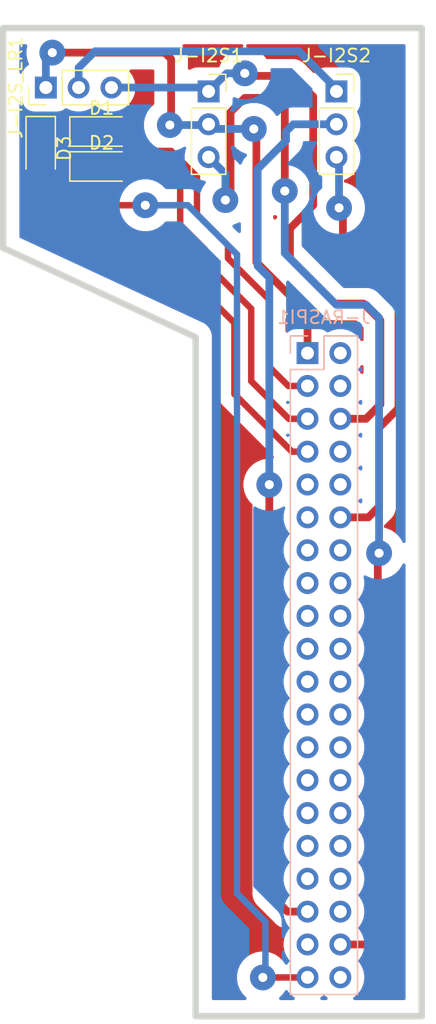
<source format=kicad_pcb>
(kicad_pcb (version 20171130) (host pcbnew 5.1.10)

  (general
    (thickness 1.6)
    (drawings 6)
    (tracks 131)
    (zones 0)
    (modules 7)
    (nets 42)
  )

  (page User 150.012 150.012)
  (layers
    (0 F.Cu signal)
    (31 B.Cu signal)
    (32 B.Adhes user)
    (33 F.Adhes user)
    (34 B.Paste user)
    (35 F.Paste user)
    (36 B.SilkS user)
    (37 F.SilkS user)
    (38 B.Mask user)
    (39 F.Mask user)
    (40 Dwgs.User user)
    (41 Cmts.User user)
    (42 Eco1.User user)
    (43 Eco2.User user)
    (44 Edge.Cuts user)
    (45 Margin user)
    (46 B.CrtYd user)
    (47 F.CrtYd user)
    (48 B.Fab user)
    (49 F.Fab user)
  )

  (setup
    (last_trace_width 0.25)
    (user_trace_width 0.3)
    (user_trace_width 0.5)
    (user_trace_width 0.6)
    (user_trace_width 0.8)
    (user_trace_width 1)
    (trace_clearance 0.2)
    (zone_clearance 0.508)
    (zone_45_only no)
    (trace_min 0.2)
    (via_size 2)
    (via_drill 0.7)
    (via_min_size 0.4)
    (via_min_drill 0.3)
    (uvia_size 0.3)
    (uvia_drill 0.1)
    (uvias_allowed no)
    (uvia_min_size 0.2)
    (uvia_min_drill 0.1)
    (edge_width 0.5)
    (segment_width 0.2)
    (pcb_text_width 0.3)
    (pcb_text_size 1.5 1.5)
    (mod_edge_width 0.12)
    (mod_text_size 1 1)
    (mod_text_width 0.15)
    (pad_size 1.524 1.524)
    (pad_drill 0.762)
    (pad_to_mask_clearance 0)
    (aux_axis_origin 0 0)
    (visible_elements FFFFEF7F)
    (pcbplotparams
      (layerselection 0x010fc_ffffffff)
      (usegerberextensions false)
      (usegerberattributes true)
      (usegerberadvancedattributes true)
      (creategerberjobfile true)
      (excludeedgelayer true)
      (linewidth 0.100000)
      (plotframeref false)
      (viasonmask false)
      (mode 1)
      (useauxorigin false)
      (hpglpennumber 1)
      (hpglpenspeed 20)
      (hpglpendiameter 15.000000)
      (psnegative false)
      (psa4output false)
      (plotreference true)
      (plotvalue true)
      (plotinvisibletext false)
      (padsonsilk false)
      (subtractmaskfromsilk false)
      (outputformat 1)
      (mirror false)
      (drillshape 1)
      (scaleselection 1)
      (outputdirectory ""))
  )

  (net 0 "")
  (net 1 /LED_GND)
  (net 2 /LED_0)
  (net 3 /LED_1)
  (net 4 /LED_2)
  (net 5 /I2S_GND)
  (net 6 /I2S_VDD)
  (net 7 /I2S_SD)
  (net 8 /I2S_SCK)
  (net 9 /I2S_WS)
  (net 10 /I2S_LR)
  (net 11 /LCD_5V)
  (net 12 /LCD_TPIRQ)
  (net 13 /LCD_GND)
  (net 14 /LCD_DC)
  (net 15 /LCD_MOSI)
  (net 16 /LCD_MISO)
  (net 17 /LCD_RST)
  (net 18 /LCD_CLK)
  (net 19 /LCD_CS)
  (net 20 /LCD_TPCS)
  (net 21 "Net-(J-RASPI1-Pad4)")
  (net 22 "Net-(J-RASPI1-Pad8)")
  (net 23 "Net-(J-RASPI1-Pad9)")
  (net 24 "Net-(J-RASPI1-Pad10)")
  (net 25 "Net-(J-RASPI1-Pad13)")
  (net 26 "Net-(J-RASPI1-Pad15)")
  (net 27 "Net-(J-RASPI1-Pad16)")
  (net 28 "Net-(J-RASPI1-Pad17)")
  (net 29 "Net-(J-RASPI1-Pad20)")
  (net 30 "Net-(J-RASPI1-Pad25)")
  (net 31 "Net-(J-RASPI1-Pad27)")
  (net 32 "Net-(J-RASPI1-Pad28)")
  (net 33 "Net-(J-RASPI1-Pad29)")
  (net 34 "Net-(J-RASPI1-Pad30)")
  (net 35 "Net-(J-RASPI1-Pad31)")
  (net 36 "Net-(J-RASPI1-Pad32)")
  (net 37 "Net-(J-RASPI1-Pad33)")
  (net 38 "Net-(J-RASPI1-Pad34)")
  (net 39 "Net-(J-RASPI1-Pad36)")
  (net 40 "Net-(J-RASPI1-Pad37)")
  (net 41 "Net-(J-RASPI1-Pad40)")

  (net_class Default "This is the default net class."
    (clearance 0.2)
    (trace_width 0.25)
    (via_dia 2)
    (via_drill 0.7)
    (uvia_dia 0.3)
    (uvia_drill 0.1)
    (add_net /I2S_GND)
    (add_net /I2S_LR)
    (add_net /I2S_SCK)
    (add_net /I2S_SD)
    (add_net /I2S_VDD)
    (add_net /I2S_WS)
    (add_net /LCD_5V)
    (add_net /LCD_CLK)
    (add_net /LCD_CS)
    (add_net /LCD_DC)
    (add_net /LCD_GND)
    (add_net /LCD_MISO)
    (add_net /LCD_MOSI)
    (add_net /LCD_RST)
    (add_net /LCD_TPCS)
    (add_net /LCD_TPIRQ)
    (add_net /LED_0)
    (add_net /LED_1)
    (add_net /LED_2)
    (add_net /LED_GND)
    (add_net "Net-(J-RASPI1-Pad10)")
    (add_net "Net-(J-RASPI1-Pad13)")
    (add_net "Net-(J-RASPI1-Pad15)")
    (add_net "Net-(J-RASPI1-Pad16)")
    (add_net "Net-(J-RASPI1-Pad17)")
    (add_net "Net-(J-RASPI1-Pad20)")
    (add_net "Net-(J-RASPI1-Pad25)")
    (add_net "Net-(J-RASPI1-Pad27)")
    (add_net "Net-(J-RASPI1-Pad28)")
    (add_net "Net-(J-RASPI1-Pad29)")
    (add_net "Net-(J-RASPI1-Pad30)")
    (add_net "Net-(J-RASPI1-Pad31)")
    (add_net "Net-(J-RASPI1-Pad32)")
    (add_net "Net-(J-RASPI1-Pad33)")
    (add_net "Net-(J-RASPI1-Pad34)")
    (add_net "Net-(J-RASPI1-Pad36)")
    (add_net "Net-(J-RASPI1-Pad37)")
    (add_net "Net-(J-RASPI1-Pad4)")
    (add_net "Net-(J-RASPI1-Pad40)")
    (add_net "Net-(J-RASPI1-Pad8)")
    (add_net "Net-(J-RASPI1-Pad9)")
  )

  (module LED_SMD:LED_1206_3216Metric_Pad1.42x1.75mm_HandSolder (layer F.Cu) (tedit 5F68FEF1) (tstamp 6124B7B7)
    (at 63.2125 29.3)
    (descr "LED SMD 1206 (3216 Metric), square (rectangular) end terminal, IPC_7351 nominal, (Body size source: http://www.tortai-tech.com/upload/download/2011102023233369053.pdf), generated with kicad-footprint-generator")
    (tags "LED handsolder")
    (path /6128A623)
    (attr smd)
    (fp_text reference D1 (at 0 -1.82) (layer F.SilkS)
      (effects (font (size 1 1) (thickness 0.15)))
    )
    (fp_text value LED (at 0 1.82) (layer F.Fab)
      (effects (font (size 1 1) (thickness 0.15)))
    )
    (fp_line (start 1.6 -0.8) (end -1.2 -0.8) (layer F.Fab) (width 0.1))
    (fp_line (start -1.2 -0.8) (end -1.6 -0.4) (layer F.Fab) (width 0.1))
    (fp_line (start -1.6 -0.4) (end -1.6 0.8) (layer F.Fab) (width 0.1))
    (fp_line (start -1.6 0.8) (end 1.6 0.8) (layer F.Fab) (width 0.1))
    (fp_line (start 1.6 0.8) (end 1.6 -0.8) (layer F.Fab) (width 0.1))
    (fp_line (start 1.6 -1.135) (end -2.46 -1.135) (layer F.SilkS) (width 0.12))
    (fp_line (start -2.46 -1.135) (end -2.46 1.135) (layer F.SilkS) (width 0.12))
    (fp_line (start -2.46 1.135) (end 1.6 1.135) (layer F.SilkS) (width 0.12))
    (fp_line (start -2.45 1.12) (end -2.45 -1.12) (layer F.CrtYd) (width 0.05))
    (fp_line (start -2.45 -1.12) (end 2.45 -1.12) (layer F.CrtYd) (width 0.05))
    (fp_line (start 2.45 -1.12) (end 2.45 1.12) (layer F.CrtYd) (width 0.05))
    (fp_line (start 2.45 1.12) (end -2.45 1.12) (layer F.CrtYd) (width 0.05))
    (fp_text user %R (at 0 0) (layer F.Fab)
      (effects (font (size 0.8 0.8) (thickness 0.12)))
    )
    (pad 1 smd roundrect (at -1.4875 0) (size 1.425 1.75) (layers F.Cu F.Paste F.Mask) (roundrect_rratio 0.1754385964912281)
      (net 1 /LED_GND))
    (pad 2 smd roundrect (at 1.4875 0) (size 1.425 1.75) (layers F.Cu F.Paste F.Mask) (roundrect_rratio 0.1754385964912281)
      (net 2 /LED_0))
    (model ${KISYS3DMOD}/LED_SMD.3dshapes/LED_1206_3216Metric.wrl
      (at (xyz 0 0 0))
      (scale (xyz 1 1 1))
      (rotate (xyz 0 0 0))
    )
  )

  (module LED_SMD:LED_1206_3216Metric_Pad1.42x1.75mm_HandSolder (layer F.Cu) (tedit 5F68FEF1) (tstamp 6124B7CA)
    (at 63.2125 32)
    (descr "LED SMD 1206 (3216 Metric), square (rectangular) end terminal, IPC_7351 nominal, (Body size source: http://www.tortai-tech.com/upload/download/2011102023233369053.pdf), generated with kicad-footprint-generator")
    (tags "LED handsolder")
    (path /6128B283)
    (attr smd)
    (fp_text reference D2 (at 0 -1.82) (layer F.SilkS)
      (effects (font (size 1 1) (thickness 0.15)))
    )
    (fp_text value LED (at 0 1.82) (layer F.Fab)
      (effects (font (size 1 1) (thickness 0.15)))
    )
    (fp_line (start 2.45 1.12) (end -2.45 1.12) (layer F.CrtYd) (width 0.05))
    (fp_line (start 2.45 -1.12) (end 2.45 1.12) (layer F.CrtYd) (width 0.05))
    (fp_line (start -2.45 -1.12) (end 2.45 -1.12) (layer F.CrtYd) (width 0.05))
    (fp_line (start -2.45 1.12) (end -2.45 -1.12) (layer F.CrtYd) (width 0.05))
    (fp_line (start -2.46 1.135) (end 1.6 1.135) (layer F.SilkS) (width 0.12))
    (fp_line (start -2.46 -1.135) (end -2.46 1.135) (layer F.SilkS) (width 0.12))
    (fp_line (start 1.6 -1.135) (end -2.46 -1.135) (layer F.SilkS) (width 0.12))
    (fp_line (start 1.6 0.8) (end 1.6 -0.8) (layer F.Fab) (width 0.1))
    (fp_line (start -1.6 0.8) (end 1.6 0.8) (layer F.Fab) (width 0.1))
    (fp_line (start -1.6 -0.4) (end -1.6 0.8) (layer F.Fab) (width 0.1))
    (fp_line (start -1.2 -0.8) (end -1.6 -0.4) (layer F.Fab) (width 0.1))
    (fp_line (start 1.6 -0.8) (end -1.2 -0.8) (layer F.Fab) (width 0.1))
    (fp_text user %R (at 0 0) (layer F.Fab)
      (effects (font (size 0.8 0.8) (thickness 0.12)))
    )
    (pad 2 smd roundrect (at 1.4875 0) (size 1.425 1.75) (layers F.Cu F.Paste F.Mask) (roundrect_rratio 0.1754385964912281)
      (net 3 /LED_1))
    (pad 1 smd roundrect (at -1.4875 0) (size 1.425 1.75) (layers F.Cu F.Paste F.Mask) (roundrect_rratio 0.1754385964912281)
      (net 1 /LED_GND))
    (model ${KISYS3DMOD}/LED_SMD.3dshapes/LED_1206_3216Metric.wrl
      (at (xyz 0 0 0))
      (scale (xyz 1 1 1))
      (rotate (xyz 0 0 0))
    )
  )

  (module LED_SMD:LED_1206_3216Metric_Pad1.42x1.75mm_HandSolder (layer F.Cu) (tedit 5F68FEF1) (tstamp 6124B7DD)
    (at 58.5 30.6 270)
    (descr "LED SMD 1206 (3216 Metric), square (rectangular) end terminal, IPC_7351 nominal, (Body size source: http://www.tortai-tech.com/upload/download/2011102023233369053.pdf), generated with kicad-footprint-generator")
    (tags "LED handsolder")
    (path /6128B923)
    (attr smd)
    (fp_text reference D3 (at 0 -1.82 90) (layer F.SilkS)
      (effects (font (size 1 1) (thickness 0.15)))
    )
    (fp_text value LED (at 0 1.82 90) (layer F.Fab)
      (effects (font (size 1 1) (thickness 0.15)))
    )
    (fp_line (start 1.6 -0.8) (end -1.2 -0.8) (layer F.Fab) (width 0.1))
    (fp_line (start -1.2 -0.8) (end -1.6 -0.4) (layer F.Fab) (width 0.1))
    (fp_line (start -1.6 -0.4) (end -1.6 0.8) (layer F.Fab) (width 0.1))
    (fp_line (start -1.6 0.8) (end 1.6 0.8) (layer F.Fab) (width 0.1))
    (fp_line (start 1.6 0.8) (end 1.6 -0.8) (layer F.Fab) (width 0.1))
    (fp_line (start 1.6 -1.135) (end -2.46 -1.135) (layer F.SilkS) (width 0.12))
    (fp_line (start -2.46 -1.135) (end -2.46 1.135) (layer F.SilkS) (width 0.12))
    (fp_line (start -2.46 1.135) (end 1.6 1.135) (layer F.SilkS) (width 0.12))
    (fp_line (start -2.45 1.12) (end -2.45 -1.12) (layer F.CrtYd) (width 0.05))
    (fp_line (start -2.45 -1.12) (end 2.45 -1.12) (layer F.CrtYd) (width 0.05))
    (fp_line (start 2.45 -1.12) (end 2.45 1.12) (layer F.CrtYd) (width 0.05))
    (fp_line (start 2.45 1.12) (end -2.45 1.12) (layer F.CrtYd) (width 0.05))
    (fp_text user %R (at 0 0 90) (layer F.Fab)
      (effects (font (size 0.8 0.8) (thickness 0.12)))
    )
    (pad 1 smd roundrect (at -1.4875 0 270) (size 1.425 1.75) (layers F.Cu F.Paste F.Mask) (roundrect_rratio 0.1754385964912281)
      (net 1 /LED_GND))
    (pad 2 smd roundrect (at 1.4875 0 270) (size 1.425 1.75) (layers F.Cu F.Paste F.Mask) (roundrect_rratio 0.1754385964912281)
      (net 4 /LED_2))
    (model ${KISYS3DMOD}/LED_SMD.3dshapes/LED_1206_3216Metric.wrl
      (at (xyz 0 0 0))
      (scale (xyz 1 1 1))
      (rotate (xyz 0 0 0))
    )
  )

  (module Connector_PinSocket_2.54mm:PinSocket_1x03_P2.54mm_Vertical (layer F.Cu) (tedit 5A19A429) (tstamp 6124B7F4)
    (at 71.5 26.2)
    (descr "Through hole straight socket strip, 1x03, 2.54mm pitch, single row (from Kicad 4.0.7), script generated")
    (tags "Through hole socket strip THT 1x03 2.54mm single row")
    (path /61266362)
    (fp_text reference J-I2S1 (at 0 -2.77) (layer F.SilkS)
      (effects (font (size 1 1) (thickness 0.15)))
    )
    (fp_text value Conn_01x03_Female (at 0 7.85) (layer F.Fab)
      (effects (font (size 1 1) (thickness 0.15)))
    )
    (fp_line (start -1.27 -1.27) (end 0.635 -1.27) (layer F.Fab) (width 0.1))
    (fp_line (start 0.635 -1.27) (end 1.27 -0.635) (layer F.Fab) (width 0.1))
    (fp_line (start 1.27 -0.635) (end 1.27 6.35) (layer F.Fab) (width 0.1))
    (fp_line (start 1.27 6.35) (end -1.27 6.35) (layer F.Fab) (width 0.1))
    (fp_line (start -1.27 6.35) (end -1.27 -1.27) (layer F.Fab) (width 0.1))
    (fp_line (start -1.33 1.27) (end 1.33 1.27) (layer F.SilkS) (width 0.12))
    (fp_line (start -1.33 1.27) (end -1.33 6.41) (layer F.SilkS) (width 0.12))
    (fp_line (start -1.33 6.41) (end 1.33 6.41) (layer F.SilkS) (width 0.12))
    (fp_line (start 1.33 1.27) (end 1.33 6.41) (layer F.SilkS) (width 0.12))
    (fp_line (start 1.33 -1.33) (end 1.33 0) (layer F.SilkS) (width 0.12))
    (fp_line (start 0 -1.33) (end 1.33 -1.33) (layer F.SilkS) (width 0.12))
    (fp_line (start -1.8 -1.8) (end 1.75 -1.8) (layer F.CrtYd) (width 0.05))
    (fp_line (start 1.75 -1.8) (end 1.75 6.85) (layer F.CrtYd) (width 0.05))
    (fp_line (start 1.75 6.85) (end -1.8 6.85) (layer F.CrtYd) (width 0.05))
    (fp_line (start -1.8 6.85) (end -1.8 -1.8) (layer F.CrtYd) (width 0.05))
    (fp_text user %R (at 0 2.54 90) (layer F.Fab)
      (effects (font (size 1 1) (thickness 0.15)))
    )
    (pad 1 thru_hole rect (at 0 0) (size 1.7 1.7) (drill 1) (layers *.Cu *.Mask)
      (net 5 /I2S_GND))
    (pad 2 thru_hole oval (at 0 2.54) (size 1.7 1.7) (drill 1) (layers *.Cu *.Mask)
      (net 6 /I2S_VDD))
    (pad 3 thru_hole oval (at 0 5.08) (size 1.7 1.7) (drill 1) (layers *.Cu *.Mask)
      (net 7 /I2S_SD))
    (model ${KISYS3DMOD}/Connector_PinSocket_2.54mm.3dshapes/PinSocket_1x03_P2.54mm_Vertical.wrl
      (at (xyz 0 0 0))
      (scale (xyz 1 1 1))
      (rotate (xyz 0 0 0))
    )
  )

  (module Connector_PinSocket_2.54mm:PinSocket_1x03_P2.54mm_Vertical (layer F.Cu) (tedit 5A19A429) (tstamp 6124B80B)
    (at 81.4 26.2)
    (descr "Through hole straight socket strip, 1x03, 2.54mm pitch, single row (from Kicad 4.0.7), script generated")
    (tags "Through hole socket strip THT 1x03 2.54mm single row")
    (path /61268738)
    (fp_text reference J-I2S2 (at 0 -2.77) (layer F.SilkS)
      (effects (font (size 1 1) (thickness 0.15)))
    )
    (fp_text value Conn_01x03_Female (at 0 7.85) (layer F.Fab)
      (effects (font (size 1 1) (thickness 0.15)))
    )
    (fp_line (start -1.8 6.85) (end -1.8 -1.8) (layer F.CrtYd) (width 0.05))
    (fp_line (start 1.75 6.85) (end -1.8 6.85) (layer F.CrtYd) (width 0.05))
    (fp_line (start 1.75 -1.8) (end 1.75 6.85) (layer F.CrtYd) (width 0.05))
    (fp_line (start -1.8 -1.8) (end 1.75 -1.8) (layer F.CrtYd) (width 0.05))
    (fp_line (start 0 -1.33) (end 1.33 -1.33) (layer F.SilkS) (width 0.12))
    (fp_line (start 1.33 -1.33) (end 1.33 0) (layer F.SilkS) (width 0.12))
    (fp_line (start 1.33 1.27) (end 1.33 6.41) (layer F.SilkS) (width 0.12))
    (fp_line (start -1.33 6.41) (end 1.33 6.41) (layer F.SilkS) (width 0.12))
    (fp_line (start -1.33 1.27) (end -1.33 6.41) (layer F.SilkS) (width 0.12))
    (fp_line (start -1.33 1.27) (end 1.33 1.27) (layer F.SilkS) (width 0.12))
    (fp_line (start -1.27 6.35) (end -1.27 -1.27) (layer F.Fab) (width 0.1))
    (fp_line (start 1.27 6.35) (end -1.27 6.35) (layer F.Fab) (width 0.1))
    (fp_line (start 1.27 -0.635) (end 1.27 6.35) (layer F.Fab) (width 0.1))
    (fp_line (start 0.635 -1.27) (end 1.27 -0.635) (layer F.Fab) (width 0.1))
    (fp_line (start -1.27 -1.27) (end 0.635 -1.27) (layer F.Fab) (width 0.1))
    (fp_text user %R (at 0 2.54 90) (layer F.Fab)
      (effects (font (size 1 1) (thickness 0.15)))
    )
    (pad 3 thru_hole oval (at 0 5.08) (size 1.7 1.7) (drill 1) (layers *.Cu *.Mask)
      (net 8 /I2S_SCK))
    (pad 2 thru_hole oval (at 0 2.54) (size 1.7 1.7) (drill 1) (layers *.Cu *.Mask)
      (net 9 /I2S_WS))
    (pad 1 thru_hole rect (at 0 0) (size 1.7 1.7) (drill 1) (layers *.Cu *.Mask)
      (net 10 /I2S_LR))
    (model ${KISYS3DMOD}/Connector_PinSocket_2.54mm.3dshapes/PinSocket_1x03_P2.54mm_Vertical.wrl
      (at (xyz 0 0 0))
      (scale (xyz 1 1 1))
      (rotate (xyz 0 0 0))
    )
  )

  (module Connector_PinHeader_2.54mm:PinHeader_1x03_P2.54mm_Vertical (layer F.Cu) (tedit 59FED5CC) (tstamp 6124B822)
    (at 58.9 25.9 90)
    (descr "Through hole straight pin header, 1x03, 2.54mm pitch, single row")
    (tags "Through hole pin header THT 1x03 2.54mm single row")
    (path /612B4BB4)
    (fp_text reference J-I2S_LR1 (at 0 -2.33 90) (layer F.SilkS)
      (effects (font (size 1 1) (thickness 0.15)))
    )
    (fp_text value Conn_01x03_Male (at 0 7.41 90) (layer F.Fab)
      (effects (font (size 1 1) (thickness 0.15)))
    )
    (fp_line (start -0.635 -1.27) (end 1.27 -1.27) (layer F.Fab) (width 0.1))
    (fp_line (start 1.27 -1.27) (end 1.27 6.35) (layer F.Fab) (width 0.1))
    (fp_line (start 1.27 6.35) (end -1.27 6.35) (layer F.Fab) (width 0.1))
    (fp_line (start -1.27 6.35) (end -1.27 -0.635) (layer F.Fab) (width 0.1))
    (fp_line (start -1.27 -0.635) (end -0.635 -1.27) (layer F.Fab) (width 0.1))
    (fp_line (start -1.33 6.41) (end 1.33 6.41) (layer F.SilkS) (width 0.12))
    (fp_line (start -1.33 1.27) (end -1.33 6.41) (layer F.SilkS) (width 0.12))
    (fp_line (start 1.33 1.27) (end 1.33 6.41) (layer F.SilkS) (width 0.12))
    (fp_line (start -1.33 1.27) (end 1.33 1.27) (layer F.SilkS) (width 0.12))
    (fp_line (start -1.33 0) (end -1.33 -1.33) (layer F.SilkS) (width 0.12))
    (fp_line (start -1.33 -1.33) (end 0 -1.33) (layer F.SilkS) (width 0.12))
    (fp_line (start -1.8 -1.8) (end -1.8 6.85) (layer F.CrtYd) (width 0.05))
    (fp_line (start -1.8 6.85) (end 1.8 6.85) (layer F.CrtYd) (width 0.05))
    (fp_line (start 1.8 6.85) (end 1.8 -1.8) (layer F.CrtYd) (width 0.05))
    (fp_line (start 1.8 -1.8) (end -1.8 -1.8) (layer F.CrtYd) (width 0.05))
    (fp_text user %R (at 0 2.54) (layer F.Fab)
      (effects (font (size 1 1) (thickness 0.15)))
    )
    (pad 1 thru_hole rect (at 0 0 90) (size 1.7 1.7) (drill 1) (layers *.Cu *.Mask)
      (net 6 /I2S_VDD))
    (pad 2 thru_hole oval (at 0 2.54 90) (size 1.7 1.7) (drill 1) (layers *.Cu *.Mask)
      (net 10 /I2S_LR))
    (pad 3 thru_hole oval (at 0 5.08 90) (size 1.7 1.7) (drill 1) (layers *.Cu *.Mask)
      (net 5 /I2S_GND))
    (model ${KISYS3DMOD}/Connector_PinHeader_2.54mm.3dshapes/PinHeader_1x03_P2.54mm_Vertical.wrl
      (at (xyz 0 0 0))
      (scale (xyz 1 1 1))
      (rotate (xyz 0 0 0))
    )
  )

  (module Connector_PinSocket_2.54mm:PinSocket_2x20_P2.54mm_Vertical (layer B.Cu) (tedit 5A19A433) (tstamp 6124B890)
    (at 79.16 46.43 180)
    (descr "Through hole straight socket strip, 2x20, 2.54mm pitch, double cols (from Kicad 4.0.7), script generated")
    (tags "Through hole socket strip THT 2x20 2.54mm double row")
    (path /61245DE1)
    (fp_text reference J-RASPI1 (at -1.27 2.77) (layer B.SilkS)
      (effects (font (size 1 1) (thickness 0.15)) (justify mirror))
    )
    (fp_text value Conn_02x20_Odd_Even (at -1.27 -51.03) (layer B.Fab)
      (effects (font (size 1 1) (thickness 0.15)) (justify mirror))
    )
    (fp_line (start -3.81 1.27) (end 0.27 1.27) (layer B.Fab) (width 0.1))
    (fp_line (start 0.27 1.27) (end 1.27 0.27) (layer B.Fab) (width 0.1))
    (fp_line (start 1.27 0.27) (end 1.27 -49.53) (layer B.Fab) (width 0.1))
    (fp_line (start 1.27 -49.53) (end -3.81 -49.53) (layer B.Fab) (width 0.1))
    (fp_line (start -3.81 -49.53) (end -3.81 1.27) (layer B.Fab) (width 0.1))
    (fp_line (start -3.87 1.33) (end -1.27 1.33) (layer B.SilkS) (width 0.12))
    (fp_line (start -3.87 1.33) (end -3.87 -49.59) (layer B.SilkS) (width 0.12))
    (fp_line (start -3.87 -49.59) (end 1.33 -49.59) (layer B.SilkS) (width 0.12))
    (fp_line (start 1.33 -1.27) (end 1.33 -49.59) (layer B.SilkS) (width 0.12))
    (fp_line (start -1.27 -1.27) (end 1.33 -1.27) (layer B.SilkS) (width 0.12))
    (fp_line (start -1.27 1.33) (end -1.27 -1.27) (layer B.SilkS) (width 0.12))
    (fp_line (start 1.33 1.33) (end 1.33 0) (layer B.SilkS) (width 0.12))
    (fp_line (start 0 1.33) (end 1.33 1.33) (layer B.SilkS) (width 0.12))
    (fp_line (start -4.34 1.8) (end 1.76 1.8) (layer B.CrtYd) (width 0.05))
    (fp_line (start 1.76 1.8) (end 1.76 -50) (layer B.CrtYd) (width 0.05))
    (fp_line (start 1.76 -50) (end -4.34 -50) (layer B.CrtYd) (width 0.05))
    (fp_line (start -4.34 -50) (end -4.34 1.8) (layer B.CrtYd) (width 0.05))
    (fp_text user %R (at -1.27 -24.13 270) (layer B.Fab)
      (effects (font (size 1 1) (thickness 0.15)) (justify mirror))
    )
    (pad 1 thru_hole rect (at 0 0 180) (size 1.7 1.7) (drill 1) (layers *.Cu *.Mask)
      (net 6 /I2S_VDD))
    (pad 2 thru_hole oval (at -2.54 0 180) (size 1.7 1.7) (drill 1) (layers *.Cu *.Mask)
      (net 11 /LCD_5V))
    (pad 3 thru_hole oval (at 0 -2.54 180) (size 1.7 1.7) (drill 1) (layers *.Cu *.Mask)
      (net 2 /LED_0))
    (pad 4 thru_hole oval (at -2.54 -2.54 180) (size 1.7 1.7) (drill 1) (layers *.Cu *.Mask)
      (net 21 "Net-(J-RASPI1-Pad4)"))
    (pad 5 thru_hole oval (at 0 -5.08 180) (size 1.7 1.7) (drill 1) (layers *.Cu *.Mask)
      (net 3 /LED_1))
    (pad 6 thru_hole oval (at -2.54 -5.08 180) (size 1.7 1.7) (drill 1) (layers *.Cu *.Mask)
      (net 5 /I2S_GND))
    (pad 7 thru_hole oval (at 0 -7.62 180) (size 1.7 1.7) (drill 1) (layers *.Cu *.Mask)
      (net 4 /LED_2))
    (pad 8 thru_hole oval (at -2.54 -7.62 180) (size 1.7 1.7) (drill 1) (layers *.Cu *.Mask)
      (net 22 "Net-(J-RASPI1-Pad8)"))
    (pad 9 thru_hole oval (at 0 -10.16 180) (size 1.7 1.7) (drill 1) (layers *.Cu *.Mask)
      (net 23 "Net-(J-RASPI1-Pad9)"))
    (pad 10 thru_hole oval (at -2.54 -10.16 180) (size 1.7 1.7) (drill 1) (layers *.Cu *.Mask)
      (net 24 "Net-(J-RASPI1-Pad10)"))
    (pad 11 thru_hole oval (at 0 -12.7 180) (size 1.7 1.7) (drill 1) (layers *.Cu *.Mask)
      (net 12 /LCD_TPIRQ))
    (pad 12 thru_hole oval (at -2.54 -12.7 180) (size 1.7 1.7) (drill 1) (layers *.Cu *.Mask)
      (net 8 /I2S_SCK))
    (pad 13 thru_hole oval (at 0 -15.24 180) (size 1.7 1.7) (drill 1) (layers *.Cu *.Mask)
      (net 25 "Net-(J-RASPI1-Pad13)"))
    (pad 14 thru_hole oval (at -2.54 -15.24 180) (size 1.7 1.7) (drill 1) (layers *.Cu *.Mask)
      (net 13 /LCD_GND))
    (pad 15 thru_hole oval (at 0 -17.78 180) (size 1.7 1.7) (drill 1) (layers *.Cu *.Mask)
      (net 26 "Net-(J-RASPI1-Pad15)"))
    (pad 16 thru_hole oval (at -2.54 -17.78 180) (size 1.7 1.7) (drill 1) (layers *.Cu *.Mask)
      (net 27 "Net-(J-RASPI1-Pad16)"))
    (pad 17 thru_hole oval (at 0 -20.32 180) (size 1.7 1.7) (drill 1) (layers *.Cu *.Mask)
      (net 28 "Net-(J-RASPI1-Pad17)"))
    (pad 18 thru_hole oval (at -2.54 -20.32 180) (size 1.7 1.7) (drill 1) (layers *.Cu *.Mask)
      (net 14 /LCD_DC))
    (pad 19 thru_hole oval (at 0 -22.86 180) (size 1.7 1.7) (drill 1) (layers *.Cu *.Mask)
      (net 15 /LCD_MOSI))
    (pad 20 thru_hole oval (at -2.54 -22.86 180) (size 1.7 1.7) (drill 1) (layers *.Cu *.Mask)
      (net 29 "Net-(J-RASPI1-Pad20)"))
    (pad 21 thru_hole oval (at 0 -25.4 180) (size 1.7 1.7) (drill 1) (layers *.Cu *.Mask)
      (net 16 /LCD_MISO))
    (pad 22 thru_hole oval (at -2.54 -25.4 180) (size 1.7 1.7) (drill 1) (layers *.Cu *.Mask)
      (net 17 /LCD_RST))
    (pad 23 thru_hole oval (at 0 -27.94 180) (size 1.7 1.7) (drill 1) (layers *.Cu *.Mask)
      (net 18 /LCD_CLK))
    (pad 24 thru_hole oval (at -2.54 -27.94 180) (size 1.7 1.7) (drill 1) (layers *.Cu *.Mask)
      (net 19 /LCD_CS))
    (pad 25 thru_hole oval (at 0 -30.48 180) (size 1.7 1.7) (drill 1) (layers *.Cu *.Mask)
      (net 30 "Net-(J-RASPI1-Pad25)"))
    (pad 26 thru_hole oval (at -2.54 -30.48 180) (size 1.7 1.7) (drill 1) (layers *.Cu *.Mask)
      (net 20 /LCD_TPCS))
    (pad 27 thru_hole oval (at 0 -33.02 180) (size 1.7 1.7) (drill 1) (layers *.Cu *.Mask)
      (net 31 "Net-(J-RASPI1-Pad27)"))
    (pad 28 thru_hole oval (at -2.54 -33.02 180) (size 1.7 1.7) (drill 1) (layers *.Cu *.Mask)
      (net 32 "Net-(J-RASPI1-Pad28)"))
    (pad 29 thru_hole oval (at 0 -35.56 180) (size 1.7 1.7) (drill 1) (layers *.Cu *.Mask)
      (net 33 "Net-(J-RASPI1-Pad29)"))
    (pad 30 thru_hole oval (at -2.54 -35.56 180) (size 1.7 1.7) (drill 1) (layers *.Cu *.Mask)
      (net 34 "Net-(J-RASPI1-Pad30)"))
    (pad 31 thru_hole oval (at 0 -38.1 180) (size 1.7 1.7) (drill 1) (layers *.Cu *.Mask)
      (net 35 "Net-(J-RASPI1-Pad31)"))
    (pad 32 thru_hole oval (at -2.54 -38.1 180) (size 1.7 1.7) (drill 1) (layers *.Cu *.Mask)
      (net 36 "Net-(J-RASPI1-Pad32)"))
    (pad 33 thru_hole oval (at 0 -40.64 180) (size 1.7 1.7) (drill 1) (layers *.Cu *.Mask)
      (net 37 "Net-(J-RASPI1-Pad33)"))
    (pad 34 thru_hole oval (at -2.54 -40.64 180) (size 1.7 1.7) (drill 1) (layers *.Cu *.Mask)
      (net 38 "Net-(J-RASPI1-Pad34)"))
    (pad 35 thru_hole oval (at 0 -43.18 180) (size 1.7 1.7) (drill 1) (layers *.Cu *.Mask)
      (net 9 /I2S_WS))
    (pad 36 thru_hole oval (at -2.54 -43.18 180) (size 1.7 1.7) (drill 1) (layers *.Cu *.Mask)
      (net 39 "Net-(J-RASPI1-Pad36)"))
    (pad 37 thru_hole oval (at 0 -45.72 180) (size 1.7 1.7) (drill 1) (layers *.Cu *.Mask)
      (net 40 "Net-(J-RASPI1-Pad37)"))
    (pad 38 thru_hole oval (at -2.54 -45.72 180) (size 1.7 1.7) (drill 1) (layers *.Cu *.Mask)
      (net 7 /I2S_SD))
    (pad 39 thru_hole oval (at 0 -48.26 180) (size 1.7 1.7) (drill 1) (layers *.Cu *.Mask)
      (net 1 /LED_GND))
    (pad 40 thru_hole oval (at -2.54 -48.26 180) (size 1.7 1.7) (drill 1) (layers *.Cu *.Mask)
      (net 41 "Net-(J-RASPI1-Pad40)"))
    (model ${KISYS3DMOD}/Connector_PinSocket_2.54mm.3dshapes/PinSocket_2x20_P2.54mm_Vertical.wrl
      (at (xyz 0 0 0))
      (scale (xyz 1 1 1))
      (rotate (xyz 0 0 0))
    )
  )

  (gr_line (start 55.6 38.3) (end 55.6 21.3) (layer Edge.Cuts) (width 0.5) (tstamp 6124D49F))
  (gr_line (start 70.5 45.2) (end 55.6 38.3) (layer Edge.Cuts) (width 0.5))
  (gr_line (start 70.5 97.7) (end 70.5 45.2) (layer Edge.Cuts) (width 0.5))
  (gr_line (start 88 97.7) (end 70.5 97.7) (layer Edge.Cuts) (width 0.5))
  (gr_line (start 88 21.3) (end 88 97.7) (layer Edge.Cuts) (width 0.5))
  (gr_line (start 55.6 21.3) (end 88 21.3) (layer Edge.Cuts) (width 0.5))

  (segment (start 61.5375 29.1125) (end 61.725 29.3) (width 0.5) (layer F.Cu) (net 1))
  (segment (start 58.5 29.1125) (end 61.5375 29.1125) (width 0.5) (layer F.Cu) (net 1))
  (segment (start 61.725 29.3) (end 61.725 32) (width 0.5) (layer F.Cu) (net 1))
  (segment (start 61.725 32) (end 61.725 33.525) (width 0.5) (layer F.Cu) (net 1))
  (via (at 66.6 35) (size 2) (drill 0.7) (layers F.Cu B.Cu) (net 1))
  (segment (start 63.2 35) (end 66.6 35) (width 0.5) (layer F.Cu) (net 1))
  (segment (start 61.725 33.525) (end 63.2 35) (width 0.5) (layer F.Cu) (net 1))
  (segment (start 66.6 35) (end 69.2 35) (width 0.5) (layer B.Cu) (net 1))
  (segment (start 69.2 35) (end 69.9 35) (width 0.5) (layer B.Cu) (net 1))
  (segment (start 69.9 35) (end 73.7 38.8) (width 0.5) (layer B.Cu) (net 1))
  (segment (start 73.7 38.8) (end 73.7 88.2) (width 0.5) (layer B.Cu) (net 1))
  (segment (start 73.7 88.2) (end 75.9 90.4) (width 0.5) (layer B.Cu) (net 1))
  (via (at 75.7 94.7) (size 2) (drill 0.7) (layers F.Cu B.Cu) (net 1))
  (segment (start 75.9 94.5) (end 75.7 94.7) (width 0.5) (layer B.Cu) (net 1))
  (segment (start 75.9 90.4) (end 75.9 94.5) (width 0.5) (layer B.Cu) (net 1))
  (segment (start 79.15 94.7) (end 79.16 94.69) (width 0.5) (layer F.Cu) (net 1))
  (segment (start 75.7 94.7) (end 79.15 94.7) (width 0.5) (layer F.Cu) (net 1))
  (segment (start 79.16 48.97) (end 77.67 48.97) (width 0.5) (layer F.Cu) (net 2))
  (segment (start 77.67 48.97) (end 76.2 47.5) (width 0.5) (layer F.Cu) (net 2))
  (segment (start 76.2 47.5) (end 76.2 42.3) (width 0.5) (layer F.Cu) (net 2))
  (segment (start 76.2 42.3) (end 73 39.1) (width 0.5) (layer F.Cu) (net 2))
  (segment (start 73 39.1) (end 73 38.1) (width 0.5) (layer F.Cu) (net 2))
  (segment (start 73 38.1) (end 70.6 35.7) (width 0.5) (layer F.Cu) (net 2))
  (segment (start 70.6 35.7) (end 70.6 32.8) (width 0.5) (layer F.Cu) (net 2))
  (segment (start 70.6 32.8) (end 68.6 30.8) (width 0.5) (layer F.Cu) (net 2))
  (segment (start 68.6 30.8) (end 66.9 30.8) (width 0.5) (layer F.Cu) (net 2))
  (segment (start 66.9 30.8) (end 66.4 30.3) (width 0.5) (layer F.Cu) (net 2))
  (segment (start 66.4 30.3) (end 66.4 29.7) (width 0.5) (layer F.Cu) (net 2))
  (segment (start 66 29.3) (end 64.7 29.3) (width 0.5) (layer F.Cu) (net 2))
  (segment (start 66.4 29.7) (end 66 29.3) (width 0.5) (layer F.Cu) (net 2))
  (segment (start 79.16 51.51) (end 77.71 51.51) (width 0.5) (layer F.Cu) (net 3))
  (segment (start 77.71 51.51) (end 74.8 48.6) (width 0.5) (layer F.Cu) (net 3))
  (segment (start 74.8 48.6) (end 74.8 43) (width 0.5) (layer F.Cu) (net 3))
  (segment (start 74.8 43) (end 71.2 39.4) (width 0.5) (layer F.Cu) (net 3))
  (segment (start 71.2 39.4) (end 71.2 38.4) (width 0.5) (layer F.Cu) (net 3))
  (segment (start 71.2 38.4) (end 69.3 36.5) (width 0.5) (layer F.Cu) (net 3))
  (segment (start 69.3 36.5) (end 69.3 33.6) (width 0.5) (layer F.Cu) (net 3))
  (segment (start 67.7 32) (end 64.7 32) (width 0.5) (layer F.Cu) (net 3))
  (segment (start 69.3 33.6) (end 67.7 32) (width 0.5) (layer F.Cu) (net 3))
  (segment (start 79.16 54.05) (end 77.95 54.05) (width 0.5) (layer F.Cu) (net 4))
  (segment (start 77.95 54.05) (end 73.5 49.6) (width 0.5) (layer F.Cu) (net 4))
  (segment (start 73.5 49.6) (end 73.5 44.1) (width 0.5) (layer F.Cu) (net 4))
  (segment (start 73.5 44.1) (end 69.8 40.4) (width 0.5) (layer F.Cu) (net 4))
  (segment (start 69.8 40.4) (end 69.8 38.9) (width 0.5) (layer F.Cu) (net 4))
  (segment (start 69.8 38.9) (end 68.4 37.5) (width 0.5) (layer F.Cu) (net 4))
  (segment (start 68.4 37.5) (end 63.5 37.5) (width 0.5) (layer F.Cu) (net 4))
  (segment (start 58.5 32.5) (end 58.5 32.0875) (width 0.5) (layer F.Cu) (net 4))
  (segment (start 63.5 37.5) (end 58.5 32.5) (width 0.5) (layer F.Cu) (net 4))
  (segment (start 81.7 51.51) (end 83.69 51.51) (width 0.6) (layer F.Cu) (net 5))
  (segment (start 83.69 51.51) (end 84.8 50.4) (width 0.6) (layer F.Cu) (net 5))
  (segment (start 84.8 50.4) (end 84.8 43.9) (width 0.6) (layer F.Cu) (net 5))
  (segment (start 84.8 43.9) (end 83.5 42.6) (width 0.6) (layer F.Cu) (net 5))
  (segment (start 83.5 42.6) (end 81.3 42.6) (width 0.6) (layer F.Cu) (net 5))
  (segment (start 81.3 42.6) (end 77.8 39.1) (width 0.6) (layer F.Cu) (net 5))
  (segment (start 77.8 39.1) (end 77.8 36.8) (width 0.6) (layer F.Cu) (net 5))
  (segment (start 77.8 36.8) (end 79.6 35) (width 0.6) (layer F.Cu) (net 5))
  (segment (start 79.6 35) (end 79.6 26.6) (width 0.6) (layer F.Cu) (net 5))
  (segment (start 79.6 26.6) (end 78 25) (width 0.6) (layer F.Cu) (net 5))
  (via (at 74.3 24.8) (size 2) (drill 0.7) (layers F.Cu B.Cu) (net 5))
  (segment (start 74.5 25) (end 74.3 24.8) (width 0.6) (layer F.Cu) (net 5))
  (segment (start 78 25) (end 74.5 25) (width 0.6) (layer F.Cu) (net 5))
  (segment (start 72.9 24.8) (end 71.5 26.2) (width 0.6) (layer B.Cu) (net 5))
  (segment (start 74.3 24.8) (end 72.9 24.8) (width 0.6) (layer B.Cu) (net 5))
  (segment (start 71.2 25.9) (end 71.5 26.2) (width 0.6) (layer B.Cu) (net 5))
  (segment (start 63.98 25.9) (end 71.2 25.9) (width 0.6) (layer B.Cu) (net 5))
  (segment (start 79.16 46.43) (end 79.16 43.36) (width 0.6) (layer F.Cu) (net 6))
  (segment (start 79.16 43.36) (end 75.2 39.4) (width 0.6) (layer F.Cu) (net 6))
  (via (at 75 29.1) (size 2) (drill 0.7) (layers F.Cu B.Cu) (net 6))
  (segment (start 75.2 29.3) (end 75 29.1) (width 0.6) (layer F.Cu) (net 6))
  (segment (start 75.2 39.4) (end 75.2 29.3) (width 0.6) (layer F.Cu) (net 6))
  (segment (start 71.86 29.1) (end 71.5 28.74) (width 0.6) (layer B.Cu) (net 6))
  (segment (start 75 29.1) (end 71.86 29.1) (width 0.6) (layer B.Cu) (net 6))
  (via (at 59.4 23.2) (size 2) (drill 0.7) (layers F.Cu B.Cu) (net 6))
  (segment (start 58.9 23.7) (end 59.4 23.2) (width 0.6) (layer B.Cu) (net 6))
  (segment (start 58.9 25.9) (end 58.9 23.7) (width 0.6) (layer B.Cu) (net 6))
  (segment (start 59.4 23.2) (end 68.1 23.2) (width 0.6) (layer F.Cu) (net 6))
  (segment (start 68.1 23.2) (end 68.6 23.7) (width 0.6) (layer F.Cu) (net 6))
  (via (at 68.5 28.8) (size 2) (drill 0.7) (layers F.Cu B.Cu) (net 6))
  (segment (start 68.6 28.7) (end 68.5 28.8) (width 0.6) (layer F.Cu) (net 6))
  (segment (start 68.6 23.7) (end 68.6 28.7) (width 0.6) (layer F.Cu) (net 6))
  (segment (start 71.44 28.8) (end 71.5 28.74) (width 0.6) (layer B.Cu) (net 6))
  (segment (start 68.5 28.8) (end 71.44 28.8) (width 0.6) (layer B.Cu) (net 6))
  (segment (start 81.7 92.15) (end 83.85 92.15) (width 0.6) (layer F.Cu) (net 7))
  (segment (start 83.85 92.15) (end 84.6 91.4) (width 0.6) (layer F.Cu) (net 7))
  (via (at 84.7 61.9) (size 2) (drill 0.7) (layers F.Cu B.Cu) (net 7))
  (segment (start 84.6 62) (end 84.7 61.9) (width 0.6) (layer F.Cu) (net 7))
  (segment (start 84.6 91.4) (end 84.6 62) (width 0.6) (layer F.Cu) (net 7))
  (segment (start 84.7 61.9) (end 84.7 43.7) (width 0.6) (layer B.Cu) (net 7))
  (segment (start 84.7 43.7) (end 83.7 42.7) (width 0.6) (layer B.Cu) (net 7))
  (segment (start 83.7 42.7) (end 81.4 42.7) (width 0.6) (layer B.Cu) (net 7))
  (segment (start 81.4 42.7) (end 77.4 38.7) (width 0.6) (layer B.Cu) (net 7))
  (via (at 77.4 33.9) (size 2) (drill 0.7) (layers F.Cu B.Cu) (net 7))
  (segment (start 77.4 38.7) (end 77.4 33.9) (width 0.6) (layer B.Cu) (net 7))
  (segment (start 77.4 33.9) (end 77.4 27.6) (width 0.6) (layer F.Cu) (net 7))
  (segment (start 77.4 27.6) (end 76.5 26.7) (width 0.6) (layer F.Cu) (net 7))
  (segment (start 76.5 26.7) (end 74.3 26.7) (width 0.6) (layer F.Cu) (net 7))
  (segment (start 74.3 26.7) (end 73.2 27.8) (width 0.6) (layer F.Cu) (net 7))
  (via (at 72.8 34.6) (size 2) (drill 0.7) (layers F.Cu B.Cu) (net 7))
  (segment (start 73.2 34.2) (end 72.8 34.6) (width 0.6) (layer F.Cu) (net 7))
  (segment (start 73.2 27.8) (end 73.2 34.2) (width 0.6) (layer F.Cu) (net 7))
  (segment (start 72.8 32.58) (end 71.5 31.28) (width 0.6) (layer B.Cu) (net 7))
  (segment (start 72.8 34.6) (end 72.8 32.58) (width 0.6) (layer B.Cu) (net 7))
  (segment (start 81.7 59.13) (end 83.87 59.13) (width 0.6) (layer F.Cu) (net 8))
  (segment (start 83.87 59.13) (end 84.7 58.3) (width 0.6) (layer F.Cu) (net 8))
  (segment (start 84.7 58.3) (end 84.7 52.2) (width 0.6) (layer F.Cu) (net 8))
  (segment (start 84.7 52.2) (end 86.2 50.7) (width 0.6) (layer F.Cu) (net 8))
  (segment (start 86.2 50.7) (end 86.2 42.5) (width 0.6) (layer F.Cu) (net 8))
  (segment (start 86.2 42.5) (end 84.7 41) (width 0.6) (layer F.Cu) (net 8))
  (segment (start 84.7 41) (end 82.6 41) (width 0.6) (layer F.Cu) (net 8))
  (segment (start 82.6 41) (end 81.9 40.3) (width 0.6) (layer F.Cu) (net 8))
  (via (at 81.6 35.2) (size 2) (drill 0.7) (layers F.Cu B.Cu) (net 8))
  (segment (start 81.9 35.5) (end 81.6 35.2) (width 0.6) (layer F.Cu) (net 8))
  (segment (start 81.9 40.3) (end 81.9 35.5) (width 0.6) (layer F.Cu) (net 8))
  (segment (start 81.6 31.48) (end 81.4 31.28) (width 0.6) (layer B.Cu) (net 8))
  (segment (start 81.6 35.2) (end 81.6 31.48) (width 0.6) (layer B.Cu) (net 8))
  (segment (start 79.16 89.61) (end 77.61 89.61) (width 0.6) (layer F.Cu) (net 9))
  (segment (start 77.61 89.61) (end 76.2 88.2) (width 0.6) (layer F.Cu) (net 9))
  (segment (start 76.2 88.2) (end 76.2 56.6) (width 0.6) (layer F.Cu) (net 9))
  (via (at 76.2 56.6) (size 2) (drill 0.7) (layers F.Cu B.Cu) (net 9))
  (segment (start 76.2 56.6) (end 76.2 40.6) (width 0.6) (layer B.Cu) (net 9))
  (segment (start 76.2 40.6) (end 75.3 39.7) (width 0.6) (layer B.Cu) (net 9))
  (segment (start 75.3 39.7) (end 75.3 32.2) (width 0.6) (layer B.Cu) (net 9))
  (segment (start 75.3 32.2) (end 77.5 30) (width 0.6) (layer B.Cu) (net 9))
  (segment (start 77.5 30) (end 77.5 29.3) (width 0.6) (layer B.Cu) (net 9))
  (segment (start 78.06 28.74) (end 81.4 28.74) (width 0.6) (layer B.Cu) (net 9))
  (segment (start 77.5 29.3) (end 78.06 28.74) (width 0.6) (layer B.Cu) (net 9))
  (segment (start 81.4 26.2) (end 81.4 26) (width 0.6) (layer B.Cu) (net 10))
  (segment (start 81.4 26) (end 78.5 23.1) (width 0.6) (layer B.Cu) (net 10))
  (segment (start 78.5 23.1) (end 62.7 23.1) (width 0.6) (layer B.Cu) (net 10))
  (segment (start 61.44 24.36) (end 61.44 25.9) (width 0.6) (layer B.Cu) (net 10))
  (segment (start 62.7 23.1) (end 61.44 24.36) (width 0.6) (layer B.Cu) (net 10))

  (zone (net 0) (net_name "") (layer F.Cu) (tstamp 0) (hatch edge 0.508)
    (connect_pads (clearance 1))
    (min_thickness 0.254)
    (fill yes (arc_segments 32) (thermal_gap 0.508) (thermal_bridge_width 0.508))
    (polygon
      (pts
        (xy 88 21.4) (xy 88.1 97.8) (xy 70.7 97.6) (xy 70.4 45.2) (xy 55.7 38.2)
        (xy 55.6 21.3)
      )
    )
    (filled_polygon
      (pts
        (xy 77.899736 96.225636) (xy 78.045451 96.323) (xy 77.085033 96.323) (xy 77.331033 96.077) (xy 77.7511 96.077)
      )
    )
    (filled_polygon
      (pts
        (xy 80.439736 96.225636) (xy 80.585451 96.323) (xy 80.274549 96.323) (xy 80.420264 96.225636) (xy 80.43 96.2159)
      )
    )
    (filled_polygon
      (pts
        (xy 86.623001 96.323) (xy 82.814549 96.323) (xy 82.960264 96.225636) (xy 83.235636 95.950264) (xy 83.451995 95.626461)
        (xy 83.601025 95.26667) (xy 83.677 94.884718) (xy 83.677 94.495282) (xy 83.601025 94.11333) (xy 83.451995 93.753539)
        (xy 83.334035 93.577) (xy 83.779912 93.577) (xy 83.85 93.583903) (xy 83.920088 93.577) (xy 83.920098 93.577)
        (xy 84.129741 93.556352) (xy 84.398731 93.474755) (xy 84.646634 93.342248) (xy 84.863923 93.163923) (xy 84.90861 93.109472)
        (xy 85.559477 92.458605) (xy 85.613922 92.413923) (xy 85.792248 92.196634) (xy 85.924755 91.948731) (xy 86.006352 91.679741)
        (xy 86.027 91.470098) (xy 86.027 91.470089) (xy 86.033903 91.400001) (xy 86.027 91.329913) (xy 86.027 63.571449)
        (xy 86.055884 63.552149) (xy 86.352149 63.255884) (xy 86.584923 62.907512) (xy 86.623001 62.815585)
      )
    )
    (filled_polygon
      (pts
        (xy 57.10695 33.699468) (xy 57.345958 33.82722) (xy 57.605297 33.90589) (xy 57.875 33.932453) (xy 57.985082 33.932453)
        (xy 62.478483 38.425855) (xy 62.521603 38.478397) (xy 62.731279 38.650473) (xy 62.967399 38.776682) (xy 62.970495 38.778337)
        (xy 63.23006 38.857075) (xy 63.5 38.883662) (xy 63.56764 38.877) (xy 67.829629 38.877) (xy 68.423 39.470372)
        (xy 68.423 40.33236) (xy 68.416338 40.4) (xy 68.442925 40.669939) (xy 68.484305 40.806352) (xy 68.521663 40.929504)
        (xy 68.649527 41.16872) (xy 68.821603 41.378396) (xy 68.874146 41.421517) (xy 72.123001 44.670373) (xy 72.123 49.53236)
        (xy 72.116338 49.6) (xy 72.142925 49.869939) (xy 72.179804 49.991514) (xy 72.221663 50.129504) (xy 72.349527 50.36872)
        (xy 72.521603 50.578396) (xy 72.574146 50.621517) (xy 76.429635 54.477007) (xy 76.409491 54.473) (xy 75.990509 54.473)
        (xy 75.579577 54.554739) (xy 75.192488 54.715077) (xy 74.844116 54.947851) (xy 74.547851 55.244116) (xy 74.315077 55.592488)
        (xy 74.154739 55.979577) (xy 74.073 56.390509) (xy 74.073 56.809491) (xy 74.154739 57.220423) (xy 74.315077 57.607512)
        (xy 74.547851 57.955884) (xy 74.773001 58.181034) (xy 74.773 88.129912) (xy 74.766097 88.2) (xy 74.773 88.270088)
        (xy 74.773 88.270097) (xy 74.793648 88.47974) (xy 74.875245 88.74873) (xy 75.007752 88.996633) (xy 75.007753 88.996634)
        (xy 75.141392 89.159474) (xy 75.141395 89.159477) (xy 75.186077 89.213922) (xy 75.240523 89.258605) (xy 76.551395 90.569478)
        (xy 76.596077 90.623923) (xy 76.650522 90.668605) (xy 76.650525 90.668608) (xy 76.716802 90.723) (xy 76.813366 90.802248)
        (xy 77.061269 90.934755) (xy 77.330259 91.016352) (xy 77.526826 91.035712) (xy 77.408005 91.213539) (xy 77.258975 91.57333)
        (xy 77.183 91.955282) (xy 77.183 92.344718) (xy 77.258975 92.72667) (xy 77.408005 93.086461) (xy 77.566056 93.323)
        (xy 77.331033 93.323) (xy 77.055884 93.047851) (xy 76.707512 92.815077) (xy 76.320423 92.654739) (xy 75.909491 92.573)
        (xy 75.490509 92.573) (xy 75.079577 92.654739) (xy 74.692488 92.815077) (xy 74.344116 93.047851) (xy 74.047851 93.344116)
        (xy 73.815077 93.692488) (xy 73.654739 94.079577) (xy 73.573 94.490509) (xy 73.573 94.909491) (xy 73.654739 95.320423)
        (xy 73.815077 95.707512) (xy 74.047851 96.055884) (xy 74.314967 96.323) (xy 71.877 96.323) (xy 71.877 45.295959)
        (xy 71.8825 45.256692) (xy 71.877 45.160626) (xy 71.877 45.13236) (xy 71.873135 45.093119) (xy 71.866996 44.985892)
        (xy 71.859862 44.958361) (xy 71.857075 44.930061) (xy 71.8259 44.827289) (xy 71.798959 44.723317) (xy 71.786592 44.697708)
        (xy 71.778337 44.670495) (xy 71.727706 44.575772) (xy 71.681003 44.479062) (xy 71.663879 44.456359) (xy 71.650473 44.431279)
        (xy 71.582342 44.348261) (xy 71.517664 44.262513) (xy 71.496438 44.243586) (xy 71.478397 44.221603) (xy 71.395374 44.153468)
        (xy 71.315214 44.08199) (xy 71.290704 44.067568) (xy 71.268721 44.049527) (xy 71.17401 43.998903) (xy 71.140016 43.9789)
        (xy 71.114359 43.967019) (xy 71.029505 43.921663) (xy 70.991564 43.910154) (xy 56.977 37.420189) (xy 56.977 33.592821)
      )
    )
    (filled_polygon
      (pts
        (xy 77.6341 85.8) (xy 77.627 85.8071) (xy 77.627 85.7929)
      )
    )
    (filled_polygon
      (pts
        (xy 77.6341 83.26) (xy 77.627 83.2671) (xy 77.627 83.2529)
      )
    )
    (filled_polygon
      (pts
        (xy 77.6341 80.72) (xy 77.627 80.7271) (xy 77.627 80.7129)
      )
    )
    (filled_polygon
      (pts
        (xy 77.6341 78.18) (xy 77.627 78.1871) (xy 77.627 78.1729)
      )
    )
    (filled_polygon
      (pts
        (xy 77.6341 75.64) (xy 77.627 75.6471) (xy 77.627 75.6329)
      )
    )
    (filled_polygon
      (pts
        (xy 77.6341 73.1) (xy 77.627 73.1071) (xy 77.627 73.0929)
      )
    )
    (filled_polygon
      (pts
        (xy 77.6341 70.56) (xy 77.627 70.5671) (xy 77.627 70.5529)
      )
    )
    (filled_polygon
      (pts
        (xy 77.6341 68.02) (xy 77.627 68.0271) (xy 77.627 68.0129)
      )
    )
    (filled_polygon
      (pts
        (xy 77.6341 65.48) (xy 77.627 65.4871) (xy 77.627 65.4729)
      )
    )
    (filled_polygon
      (pts
        (xy 77.6341 62.94) (xy 77.627 62.9471) (xy 77.627 62.9329)
      )
    )
    (filled_polygon
      (pts
        (xy 86.623001 60.984415) (xy 86.584923 60.892488) (xy 86.352149 60.544116) (xy 86.055884 60.247851) (xy 85.707512 60.015077)
        (xy 85.320423 59.854739) (xy 85.189404 59.828678) (xy 85.659472 59.358609) (xy 85.713922 59.313923) (xy 85.892248 59.096634)
        (xy 86.024755 58.848731) (xy 86.106352 58.579741) (xy 86.127 58.370098) (xy 86.127 58.370089) (xy 86.133903 58.300001)
        (xy 86.127 58.229913) (xy 86.127 52.791082) (xy 86.623 52.295082)
      )
    )
    (filled_polygon
      (pts
        (xy 77.6341 60.4) (xy 77.627 60.4071) (xy 77.627 60.3929)
      )
    )
    (filled_polygon
      (pts
        (xy 83.273 55.385656) (xy 83.235636 55.329736) (xy 83.2259 55.32) (xy 83.235636 55.310264) (xy 83.273 55.254344)
      )
    )
    (filled_polygon
      (pts
        (xy 83.373 47.915316) (xy 83.235636 47.709736) (xy 83.2259 47.7) (xy 83.235636 47.690264) (xy 83.373 47.484684)
      )
    )
    (filled_polygon
      (pts
        (xy 80.751269 43.924755) (xy 81.020259 44.006352) (xy 81.229902 44.027) (xy 81.229911 44.027) (xy 81.299999 44.033903)
        (xy 81.370087 44.027) (xy 82.908918 44.027) (xy 83.373001 44.491084) (xy 83.373001 45.375316) (xy 83.235636 45.169736)
        (xy 82.960264 44.894364) (xy 82.636461 44.678005) (xy 82.27667 44.528975) (xy 81.894718 44.453) (xy 81.505282 44.453)
        (xy 81.12333 44.528975) (xy 80.763539 44.678005) (xy 80.721579 44.706042) (xy 80.639157 44.6384) (xy 80.587 44.610521)
        (xy 80.587 43.836951)
      )
    )
    (filled_polygon
      (pts
        (xy 77.733001 43.951084) (xy 77.733001 44.610521) (xy 77.680843 44.6384) (xy 77.577 44.723622) (xy 77.577 43.795083)
      )
    )
    (filled_polygon
      (pts
        (xy 86.623 40.904918) (xy 85.758608 40.040526) (xy 85.713923 39.986077) (xy 85.496634 39.807752) (xy 85.248731 39.675245)
        (xy 84.979741 39.593648) (xy 84.770098 39.573) (xy 84.770088 39.573) (xy 84.7 39.566097) (xy 84.629912 39.573)
        (xy 83.327 39.573) (xy 83.327 36.443861) (xy 83.484923 36.207512) (xy 83.645261 35.820423) (xy 83.727 35.409491)
        (xy 83.727 34.990509) (xy 83.645261 34.579577) (xy 83.484923 34.192488) (xy 83.252149 33.844116) (xy 82.955884 33.547851)
        (xy 82.607512 33.315077) (xy 82.220423 33.154739) (xy 82.098621 33.130511) (xy 82.336461 33.031995) (xy 82.660264 32.815636)
        (xy 82.935636 32.540264) (xy 83.151995 32.216461) (xy 83.301025 31.85667) (xy 83.377 31.474718) (xy 83.377 31.085282)
        (xy 83.301025 30.70333) (xy 83.151995 30.343539) (xy 82.935636 30.019736) (xy 82.9259 30.01) (xy 82.935636 30.000264)
        (xy 83.151995 29.676461) (xy 83.301025 29.31667) (xy 83.377 28.934718) (xy 83.377 28.545282) (xy 83.301025 28.16333)
        (xy 83.151995 27.803539) (xy 83.123958 27.761579) (xy 83.1916 27.679157) (xy 83.29625 27.483371) (xy 83.360693 27.270931)
        (xy 83.382453 27.05) (xy 83.382453 25.35) (xy 83.360693 25.129069) (xy 83.29625 24.916629) (xy 83.1916 24.720843)
        (xy 83.050765 24.549235) (xy 82.879157 24.4084) (xy 82.683371 24.30375) (xy 82.470931 24.239307) (xy 82.25 24.217547)
        (xy 80.55 24.217547) (xy 80.329069 24.239307) (xy 80.116629 24.30375) (xy 79.920843 24.4084) (xy 79.749235 24.549235)
        (xy 79.667235 24.649152) (xy 79.058608 24.040526) (xy 79.013923 23.986077) (xy 78.796634 23.807752) (xy 78.548731 23.675245)
        (xy 78.279741 23.593648) (xy 78.070098 23.573) (xy 78.070088 23.573) (xy 78 23.566097) (xy 77.929912 23.573)
        (xy 76.038266 23.573) (xy 75.952149 23.444116) (xy 75.655884 23.147851) (xy 75.307512 22.915077) (xy 74.920423 22.754739)
        (xy 74.5296 22.677) (xy 86.623 22.677)
      )
    )
    (filled_polygon
      (pts
        (xy 80.244116 36.852149) (xy 80.473001 37.005084) (xy 80.473 39.754918) (xy 79.227 38.508918) (xy 79.227 37.391082)
        (xy 80.005025 36.613058)
      )
    )
    (filled_polygon
      (pts
        (xy 73.773 36.925627) (xy 73.471484 36.624111) (xy 73.773 36.499218)
      )
    )
    (filled_polygon
      (pts
        (xy 76.686932 35.906886) (xy 76.627 35.979913) (xy 76.627 35.882061)
      )
    )
    (filled_polygon
      (pts
        (xy 60.077817 30.627166) (xy 60.044714 30.6) (xy 60.05763 30.5894)
      )
    )
    (filled_polygon
      (pts
        (xy 67.173001 27.128551) (xy 67.144116 27.147851) (xy 66.847851 27.444116) (xy 66.615077 27.792488) (xy 66.521194 28.019142)
        (xy 66.343051 27.965103) (xy 66.311968 27.90695) (xy 66.140042 27.697458) (xy 65.93055 27.525532) (xy 65.691542 27.39778)
        (xy 65.432203 27.31911) (xy 65.363551 27.312349) (xy 65.515636 27.160264) (xy 65.731995 26.836461) (xy 65.881025 26.47667)
        (xy 65.957 26.094718) (xy 65.957 25.705282) (xy 65.881025 25.32333) (xy 65.731995 24.963539) (xy 65.515636 24.639736)
        (xy 65.5029 24.627) (xy 67.173 24.627)
      )
    )
    (filled_polygon
      (pts
        (xy 63.232898 27.73043) (xy 63.2125 27.755286) (xy 63.171091 27.704829)
      )
    )
    (filled_polygon
      (pts
        (xy 57.00375 27.183371) (xy 57.1084 27.379157) (xy 57.177196 27.462985) (xy 57.10695 27.500532) (xy 56.977 27.607179)
        (xy 56.977 27.095188)
      )
    )
    (filled_polygon
      (pts
        (xy 57.273 22.990509) (xy 57.273 23.409491) (xy 57.354739 23.820423) (xy 57.464383 24.085127) (xy 57.420843 24.1084)
        (xy 57.249235 24.249235) (xy 57.1084 24.420843) (xy 57.00375 24.616629) (xy 56.977 24.704812) (xy 56.977 22.677)
        (xy 57.33536 22.677)
      )
    )
    (filled_polygon
      (pts
        (xy 73.679577 22.754739) (xy 73.292488 22.915077) (xy 72.944116 23.147851) (xy 72.647851 23.444116) (xy 72.415077 23.792488)
        (xy 72.254739 24.179577) (xy 72.247186 24.217547) (xy 70.65 24.217547) (xy 70.429069 24.239307) (xy 70.216629 24.30375)
        (xy 70.027 24.405109) (xy 70.027 23.77009) (xy 70.033903 23.7) (xy 70.027 23.62991) (xy 70.027 23.629902)
        (xy 70.006352 23.420259) (xy 69.924755 23.151269) (xy 69.792248 22.903366) (xy 69.613922 22.686077) (xy 69.602862 22.677)
        (xy 74.0704 22.677)
      )
    )
  )
  (zone (net 0) (net_name "") (layer B.Cu) (tstamp 0) (hatch edge 0.508)
    (connect_pads (clearance 1))
    (min_thickness 0.254)
    (fill yes (arc_segments 32) (thermal_gap 0.508) (thermal_bridge_width 0.508))
    (polygon
      (pts
        (xy 88 97.7) (xy 70.5 97.7) (xy 70.4 45.2) (xy 55.6 38.3) (xy 55.6 21.3)
        (xy 88 21.3)
      )
    )
    (filled_polygon
      (pts
        (xy 86.623001 96.323) (xy 82.814549 96.323) (xy 82.960264 96.225636) (xy 83.235636 95.950264) (xy 83.451995 95.626461)
        (xy 83.601025 95.26667) (xy 83.677 94.884718) (xy 83.677 94.495282) (xy 83.601025 94.11333) (xy 83.451995 93.753539)
        (xy 83.235636 93.429736) (xy 83.2259 93.42) (xy 83.235636 93.410264) (xy 83.451995 93.086461) (xy 83.601025 92.72667)
        (xy 83.677 92.344718) (xy 83.677 91.955282) (xy 83.601025 91.57333) (xy 83.451995 91.213539) (xy 83.235636 90.889736)
        (xy 83.2259 90.88) (xy 83.235636 90.870264) (xy 83.451995 90.546461) (xy 83.601025 90.18667) (xy 83.677 89.804718)
        (xy 83.677 89.415282) (xy 83.601025 89.03333) (xy 83.451995 88.673539) (xy 83.235636 88.349736) (xy 83.2259 88.34)
        (xy 83.235636 88.330264) (xy 83.451995 88.006461) (xy 83.601025 87.64667) (xy 83.677 87.264718) (xy 83.677 86.875282)
        (xy 83.601025 86.49333) (xy 83.451995 86.133539) (xy 83.235636 85.809736) (xy 83.2259 85.8) (xy 83.235636 85.790264)
        (xy 83.451995 85.466461) (xy 83.601025 85.10667) (xy 83.677 84.724718) (xy 83.677 84.335282) (xy 83.601025 83.95333)
        (xy 83.451995 83.593539) (xy 83.235636 83.269736) (xy 83.2259 83.26) (xy 83.235636 83.250264) (xy 83.451995 82.926461)
        (xy 83.601025 82.56667) (xy 83.677 82.184718) (xy 83.677 81.795282) (xy 83.601025 81.41333) (xy 83.451995 81.053539)
        (xy 83.235636 80.729736) (xy 83.2259 80.72) (xy 83.235636 80.710264) (xy 83.451995 80.386461) (xy 83.601025 80.02667)
        (xy 83.677 79.644718) (xy 83.677 79.255282) (xy 83.601025 78.87333) (xy 83.451995 78.513539) (xy 83.235636 78.189736)
        (xy 83.2259 78.18) (xy 83.235636 78.170264) (xy 83.451995 77.846461) (xy 83.601025 77.48667) (xy 83.677 77.104718)
        (xy 83.677 76.715282) (xy 83.601025 76.33333) (xy 83.451995 75.973539) (xy 83.235636 75.649736) (xy 83.2259 75.64)
        (xy 83.235636 75.630264) (xy 83.451995 75.306461) (xy 83.601025 74.94667) (xy 83.677 74.564718) (xy 83.677 74.175282)
        (xy 83.601025 73.79333) (xy 83.451995 73.433539) (xy 83.235636 73.109736) (xy 83.2259 73.1) (xy 83.235636 73.090264)
        (xy 83.451995 72.766461) (xy 83.601025 72.40667) (xy 83.677 72.024718) (xy 83.677 71.635282) (xy 83.601025 71.25333)
        (xy 83.451995 70.893539) (xy 83.235636 70.569736) (xy 83.2259 70.56) (xy 83.235636 70.550264) (xy 83.451995 70.226461)
        (xy 83.601025 69.86667) (xy 83.677 69.484718) (xy 83.677 69.095282) (xy 83.601025 68.71333) (xy 83.451995 68.353539)
        (xy 83.235636 68.029736) (xy 83.2259 68.02) (xy 83.235636 68.010264) (xy 83.451995 67.686461) (xy 83.601025 67.32667)
        (xy 83.677 66.944718) (xy 83.677 66.555282) (xy 83.601025 66.17333) (xy 83.451995 65.813539) (xy 83.235636 65.489736)
        (xy 83.2259 65.48) (xy 83.235636 65.470264) (xy 83.451995 65.146461) (xy 83.601025 64.78667) (xy 83.677 64.404718)
        (xy 83.677 64.015282) (xy 83.621781 63.737678) (xy 83.692488 63.784923) (xy 84.079577 63.945261) (xy 84.490509 64.027)
        (xy 84.909491 64.027) (xy 85.320423 63.945261) (xy 85.707512 63.784923) (xy 86.055884 63.552149) (xy 86.352149 63.255884)
        (xy 86.584923 62.907512) (xy 86.623001 62.815585)
      )
    )
    (filled_polygon
      (pts
        (xy 80.439736 96.225636) (xy 80.585451 96.323) (xy 80.274549 96.323) (xy 80.420264 96.225636) (xy 80.43 96.2159)
      )
    )
    (filled_polygon
      (pts
        (xy 77.624364 95.950264) (xy 77.899736 96.225636) (xy 78.045451 96.323) (xy 77.085033 96.323) (xy 77.352149 96.055884)
        (xy 77.523543 95.799375)
      )
    )
    (filled_polygon
      (pts
        (xy 57.00375 27.183371) (xy 57.1084 27.379157) (xy 57.249235 27.550765) (xy 57.420843 27.6916) (xy 57.616629 27.79625)
        (xy 57.829069 27.860693) (xy 58.05 27.882453) (xy 59.75 27.882453) (xy 59.970931 27.860693) (xy 60.183371 27.79625)
        (xy 60.379157 27.6916) (xy 60.461579 27.623958) (xy 60.503539 27.651995) (xy 60.86333 27.801025) (xy 61.245282 27.877)
        (xy 61.634718 27.877) (xy 62.01667 27.801025) (xy 62.376461 27.651995) (xy 62.700264 27.435636) (xy 62.71 27.4259)
        (xy 62.719736 27.435636) (xy 63.043539 27.651995) (xy 63.40333 27.801025) (xy 63.785282 27.877) (xy 64.174718 27.877)
        (xy 64.55667 27.801025) (xy 64.916461 27.651995) (xy 65.240264 27.435636) (xy 65.3489 27.327) (xy 66.964967 27.327)
        (xy 66.847851 27.444116) (xy 66.615077 27.792488) (xy 66.454739 28.179577) (xy 66.373 28.590509) (xy 66.373 29.009491)
        (xy 66.454739 29.420423) (xy 66.615077 29.807512) (xy 66.847851 30.155884) (xy 67.144116 30.452149) (xy 67.492488 30.684923)
        (xy 67.879577 30.845261) (xy 68.290509 30.927) (xy 68.709491 30.927) (xy 69.120423 30.845261) (xy 69.507512 30.684923)
        (xy 69.644518 30.593379) (xy 69.598975 30.70333) (xy 69.523 31.085282) (xy 69.523 31.474718) (xy 69.598975 31.85667)
        (xy 69.748005 32.216461) (xy 69.964364 32.540264) (xy 70.239736 32.815636) (xy 70.563539 33.031995) (xy 70.92333 33.181025)
        (xy 71.163224 33.228743) (xy 71.147851 33.244116) (xy 70.915077 33.592488) (xy 70.773119 33.935204) (xy 70.668721 33.849527)
        (xy 70.429505 33.721663) (xy 70.169939 33.642925) (xy 69.96764 33.623) (xy 69.9 33.616338) (xy 69.83236 33.623)
        (xy 68.231033 33.623) (xy 67.955884 33.347851) (xy 67.607512 33.115077) (xy 67.220423 32.954739) (xy 66.809491 32.873)
        (xy 66.390509 32.873) (xy 65.979577 32.954739) (xy 65.592488 33.115077) (xy 65.244116 33.347851) (xy 64.947851 33.644116)
        (xy 64.715077 33.992488) (xy 64.554739 34.379577) (xy 64.473 34.790509) (xy 64.473 35.209491) (xy 64.554739 35.620423)
        (xy 64.715077 36.007512) (xy 64.947851 36.355884) (xy 65.244116 36.652149) (xy 65.592488 36.884923) (xy 65.979577 37.045261)
        (xy 66.390509 37.127) (xy 66.809491 37.127) (xy 67.220423 37.045261) (xy 67.607512 36.884923) (xy 67.955884 36.652149)
        (xy 68.231033 36.377) (xy 69.329629 36.377) (xy 72.323 39.370373) (xy 72.323001 88.13235) (xy 72.316338 88.2)
        (xy 72.342925 88.469939) (xy 72.421663 88.729504) (xy 72.421664 88.729505) (xy 72.549528 88.968721) (xy 72.721604 89.178397)
        (xy 72.774145 89.221516) (xy 74.523 90.970372) (xy 74.523001 92.928324) (xy 74.344116 93.047851) (xy 74.047851 93.344116)
        (xy 73.815077 93.692488) (xy 73.654739 94.079577) (xy 73.573 94.490509) (xy 73.573 94.909491) (xy 73.654739 95.320423)
        (xy 73.815077 95.707512) (xy 74.047851 96.055884) (xy 74.314967 96.323) (xy 71.877 96.323) (xy 71.877 45.295959)
        (xy 71.8825 45.256692) (xy 71.877 45.160626) (xy 71.877 45.13236) (xy 71.873135 45.093119) (xy 71.866996 44.985892)
        (xy 71.859862 44.958361) (xy 71.857075 44.930061) (xy 71.8259 44.827289) (xy 71.798959 44.723317) (xy 71.786592 44.697708)
        (xy 71.778337 44.670495) (xy 71.727706 44.575772) (xy 71.681003 44.479062) (xy 71.663879 44.456359) (xy 71.650473 44.431279)
        (xy 71.582342 44.348261) (xy 71.517664 44.262513) (xy 71.496438 44.243586) (xy 71.478397 44.221603) (xy 71.395374 44.153468)
        (xy 71.315214 44.08199) (xy 71.290704 44.067568) (xy 71.268721 44.049527) (xy 71.17401 43.998903) (xy 71.140016 43.9789)
        (xy 71.114359 43.967019) (xy 71.029505 43.921663) (xy 70.991564 43.910154) (xy 56.977 37.420189) (xy 56.977 27.095188)
      )
    )
    (filled_polygon
      (pts
        (xy 77.408005 93.086461) (xy 77.624364 93.410264) (xy 77.6341 93.42) (xy 77.624364 93.429736) (xy 77.516861 93.590625)
        (xy 77.352149 93.344116) (xy 77.277 93.268967) (xy 77.277 92.770186)
      )
    )
    (filled_polygon
      (pts
        (xy 77.408005 90.546461) (xy 77.624364 90.870264) (xy 77.6341 90.88) (xy 77.624364 90.889736) (xy 77.408005 91.213539)
        (xy 77.277 91.529814) (xy 77.277 90.46764) (xy 77.283662 90.4) (xy 77.263797 90.198312)
      )
    )
    (filled_polygon
      (pts
        (xy 75.192488 58.484923) (xy 75.579577 58.645261) (xy 75.990509 58.727) (xy 76.409491 58.727) (xy 76.820423 58.645261)
        (xy 77.207512 58.484923) (xy 77.317847 58.4112) (xy 77.258975 58.55333) (xy 77.183 58.935282) (xy 77.183 59.324718)
        (xy 77.258975 59.70667) (xy 77.408005 60.066461) (xy 77.624364 60.390264) (xy 77.6341 60.4) (xy 77.624364 60.409736)
        (xy 77.408005 60.733539) (xy 77.258975 61.09333) (xy 77.183 61.475282) (xy 77.183 61.864718) (xy 77.258975 62.24667)
        (xy 77.408005 62.606461) (xy 77.624364 62.930264) (xy 77.6341 62.94) (xy 77.624364 62.949736) (xy 77.408005 63.273539)
        (xy 77.258975 63.63333) (xy 77.183 64.015282) (xy 77.183 64.404718) (xy 77.258975 64.78667) (xy 77.408005 65.146461)
        (xy 77.624364 65.470264) (xy 77.6341 65.48) (xy 77.624364 65.489736) (xy 77.408005 65.813539) (xy 77.258975 66.17333)
        (xy 77.183 66.555282) (xy 77.183 66.944718) (xy 77.258975 67.32667) (xy 77.408005 67.686461) (xy 77.624364 68.010264)
        (xy 77.6341 68.02) (xy 77.624364 68.029736) (xy 77.408005 68.353539) (xy 77.258975 68.71333) (xy 77.183 69.095282)
        (xy 77.183 69.484718) (xy 77.258975 69.86667) (xy 77.408005 70.226461) (xy 77.624364 70.550264) (xy 77.6341 70.56)
        (xy 77.624364 70.569736) (xy 77.408005 70.893539) (xy 77.258975 71.25333) (xy 77.183 71.635282) (xy 77.183 72.024718)
        (xy 77.258975 72.40667) (xy 77.408005 72.766461) (xy 77.624364 73.090264) (xy 77.6341 73.1) (xy 77.624364 73.109736)
        (xy 77.408005 73.433539) (xy 77.258975 73.79333) (xy 77.183 74.175282) (xy 77.183 74.564718) (xy 77.258975 74.94667)
        (xy 77.408005 75.306461) (xy 77.624364 75.630264) (xy 77.6341 75.64) (xy 77.624364 75.649736) (xy 77.408005 75.973539)
        (xy 77.258975 76.33333) (xy 77.183 76.715282) (xy 77.183 77.104718) (xy 77.258975 77.48667) (xy 77.408005 77.846461)
        (xy 77.624364 78.170264) (xy 77.6341 78.18) (xy 77.624364 78.189736) (xy 77.408005 78.513539) (xy 77.258975 78.87333)
        (xy 77.183 79.255282) (xy 77.183 79.644718) (xy 77.258975 80.02667) (xy 77.408005 80.386461) (xy 77.624364 80.710264)
        (xy 77.6341 80.72) (xy 77.624364 80.729736) (xy 77.408005 81.053539) (xy 77.258975 81.41333) (xy 77.183 81.795282)
        (xy 77.183 82.184718) (xy 77.258975 82.56667) (xy 77.408005 82.926461) (xy 77.624364 83.250264) (xy 77.6341 83.26)
        (xy 77.624364 83.269736) (xy 77.408005 83.593539) (xy 77.258975 83.95333) (xy 77.183 84.335282) (xy 77.183 84.724718)
        (xy 77.258975 85.10667) (xy 77.408005 85.466461) (xy 77.624364 85.790264) (xy 77.6341 85.8) (xy 77.624364 85.809736)
        (xy 77.408005 86.133539) (xy 77.258975 86.49333) (xy 77.183 86.875282) (xy 77.183 87.264718) (xy 77.258975 87.64667)
        (xy 77.408005 88.006461) (xy 77.624364 88.330264) (xy 77.6341 88.34) (xy 77.624364 88.349736) (xy 77.408005 88.673539)
        (xy 77.258975 89.03333) (xy 77.183 89.415282) (xy 77.183 89.804718) (xy 77.229886 90.040429) (xy 77.178337 89.870495)
        (xy 77.143178 89.804718) (xy 77.050473 89.631279) (xy 76.989575 89.557075) (xy 76.921514 89.474142) (xy 76.921513 89.474141)
        (xy 76.878396 89.421603) (xy 76.82586 89.378488) (xy 75.077 87.629629) (xy 75.077 58.407757)
      )
    )
    (filled_polygon
      (pts
        (xy 86.623001 60.984415) (xy 86.584923 60.892488) (xy 86.352149 60.544116) (xy 86.127 60.318967) (xy 86.127 43.77009)
        (xy 86.133903 43.7) (xy 86.127 43.62991) (xy 86.127 43.629902) (xy 86.106352 43.420259) (xy 86.024755 43.151269)
        (xy 85.892248 42.903366) (xy 85.758608 42.740525) (xy 85.758605 42.740522) (xy 85.713923 42.686077) (xy 85.659478 42.641395)
        (xy 84.758607 41.740525) (xy 84.713923 41.686077) (xy 84.496634 41.507752) (xy 84.248731 41.375245) (xy 83.979741 41.293648)
        (xy 83.770098 41.273) (xy 83.770088 41.273) (xy 83.7 41.266097) (xy 83.629912 41.273) (xy 81.991082 41.273)
        (xy 78.827 38.108918) (xy 78.827 35.481033) (xy 79.052149 35.255884) (xy 79.284923 34.907512) (xy 79.445261 34.520423)
        (xy 79.527 34.109491) (xy 79.527 33.690509) (xy 79.445261 33.279577) (xy 79.284923 32.892488) (xy 79.052149 32.544116)
        (xy 78.755884 32.247851) (xy 78.407512 32.015077) (xy 78.020423 31.854739) (xy 77.722587 31.795496) (xy 78.459482 31.058601)
        (xy 78.513922 31.013923) (xy 78.558601 30.959482) (xy 78.558608 30.959475) (xy 78.692247 30.796635) (xy 78.692248 30.796634)
        (xy 78.824755 30.548731) (xy 78.902558 30.292248) (xy 78.906352 30.279742) (xy 78.910867 30.233903) (xy 78.917456 30.167)
        (xy 79.765965 30.167) (xy 79.648005 30.343539) (xy 79.498975 30.70333) (xy 79.423 31.085282) (xy 79.423 31.474718)
        (xy 79.498975 31.85667) (xy 79.648005 32.216461) (xy 79.864364 32.540264) (xy 80.139736 32.815636) (xy 80.173001 32.837863)
        (xy 80.173 33.618967) (xy 79.947851 33.844116) (xy 79.715077 34.192488) (xy 79.554739 34.579577) (xy 79.473 34.990509)
        (xy 79.473 35.409491) (xy 79.554739 35.820423) (xy 79.715077 36.207512) (xy 79.947851 36.555884) (xy 80.244116 36.852149)
        (xy 80.592488 37.084923) (xy 80.979577 37.245261) (xy 81.390509 37.327) (xy 81.809491 37.327) (xy 82.220423 37.245261)
        (xy 82.607512 37.084923) (xy 82.955884 36.852149) (xy 83.252149 36.555884) (xy 83.484923 36.207512) (xy 83.645261 35.820423)
        (xy 83.727 35.409491) (xy 83.727 34.990509) (xy 83.645261 34.579577) (xy 83.484923 34.192488) (xy 83.252149 33.844116)
        (xy 83.027 33.618967) (xy 83.027 32.403529) (xy 83.151995 32.216461) (xy 83.301025 31.85667) (xy 83.377 31.474718)
        (xy 83.377 31.085282) (xy 83.301025 30.70333) (xy 83.151995 30.343539) (xy 82.935636 30.019736) (xy 82.9259 30.01)
        (xy 82.935636 30.000264) (xy 83.151995 29.676461) (xy 83.301025 29.31667) (xy 83.377 28.934718) (xy 83.377 28.545282)
        (xy 83.301025 28.16333) (xy 83.151995 27.803539) (xy 83.123958 27.761579) (xy 83.1916 27.679157) (xy 83.29625 27.483371)
        (xy 83.360693 27.270931) (xy 83.382453 27.05) (xy 83.382453 25.35) (xy 83.360693 25.129069) (xy 83.29625 24.916629)
        (xy 83.1916 24.720843) (xy 83.050765 24.549235) (xy 82.879157 24.4084) (xy 82.683371 24.30375) (xy 82.470931 24.239307)
        (xy 82.25 24.217547) (xy 81.635629 24.217547) (xy 80.095082 22.677) (xy 86.623 22.677)
      )
    )
    (filled_polygon
      (pts
        (xy 83.273 57.925655) (xy 83.235636 57.869736) (xy 83.2259 57.86) (xy 83.235636 57.850264) (xy 83.273 57.794345)
      )
    )
    (filled_polygon
      (pts
        (xy 83.273 55.385656) (xy 83.235636 55.329736) (xy 83.2259 55.32) (xy 83.235636 55.310264) (xy 83.273 55.254344)
      )
    )
    (filled_polygon
      (pts
        (xy 83.273 52.845656) (xy 83.235636 52.789736) (xy 83.2259 52.78) (xy 83.235636 52.770264) (xy 83.273001 52.714344)
      )
    )
    (filled_polygon
      (pts
        (xy 77.6341 52.78) (xy 77.627 52.7871) (xy 77.627 52.7729)
      )
    )
    (filled_polygon
      (pts
        (xy 83.273001 50.305656) (xy 83.235636 50.249736) (xy 83.2259 50.24) (xy 83.235636 50.230264) (xy 83.273001 50.174344)
      )
    )
    (filled_polygon
      (pts
        (xy 77.6341 50.24) (xy 77.627 50.2471) (xy 77.627 50.2329)
      )
    )
    (filled_polygon
      (pts
        (xy 83.273001 47.765656) (xy 83.235636 47.709736) (xy 83.2259 47.7) (xy 83.235636 47.690264) (xy 83.273001 47.634344)
      )
    )
    (filled_polygon
      (pts
        (xy 80.34139 43.659472) (xy 80.386077 43.713923) (xy 80.603366 43.892248) (xy 80.851269 44.024755) (xy 81.120259 44.106352)
        (xy 81.329902 44.127) (xy 81.329911 44.127) (xy 81.399999 44.133903) (xy 81.470087 44.127) (xy 83.108918 44.127)
        (xy 83.273001 44.291084) (xy 83.273001 45.225656) (xy 83.235636 45.169736) (xy 82.960264 44.894364) (xy 82.636461 44.678005)
        (xy 82.27667 44.528975) (xy 81.894718 44.453) (xy 81.505282 44.453) (xy 81.12333 44.528975) (xy 80.763539 44.678005)
        (xy 80.721579 44.706042) (xy 80.639157 44.6384) (xy 80.443371 44.53375) (xy 80.230931 44.469307) (xy 80.01 44.447547)
        (xy 78.31 44.447547) (xy 78.089069 44.469307) (xy 77.876629 44.53375) (xy 77.680843 44.6384) (xy 77.627 44.682588)
        (xy 77.627 40.945082)
      )
    )
    (filled_polygon
      (pts
        (xy 73.873 37.025628) (xy 73.471483 36.624111) (xy 73.807512 36.484923) (xy 73.873 36.441165)
      )
    )
    (filled_polygon
      (pts
        (xy 73.644116 30.752149) (xy 73.992488 30.984923) (xy 74.349228 31.13269) (xy 74.340523 31.141395) (xy 74.286078 31.186077)
        (xy 74.241396 31.240522) (xy 74.241392 31.240526) (xy 74.120567 31.387752) (xy 74.107753 31.403366) (xy 73.975246 31.651269)
        (xy 73.950578 31.73259) (xy 73.858608 31.620525) (xy 73.858605 31.620522) (xy 73.813923 31.566077) (xy 73.759478 31.521395)
        (xy 73.477 31.238917) (xy 73.477 31.085282) (xy 73.401025 30.70333) (xy 73.327987 30.527) (xy 73.418967 30.527)
      )
    )
    (filled_polygon
      (pts
        (xy 79.417547 26.035629) (xy 79.417547 27.05) (xy 79.439307 27.270931) (xy 79.452068 27.313) (xy 78.13009 27.313)
        (xy 78.06 27.306097) (xy 77.98991 27.313) (xy 77.989902 27.313) (xy 77.804474 27.331263) (xy 77.780258 27.333648)
        (xy 77.698661 27.3584) (xy 77.511269 27.415245) (xy 77.263366 27.547752) (xy 77.046077 27.726077) (xy 77.00139 27.780528)
        (xy 76.80662 27.975298) (xy 76.652149 27.744116) (xy 76.355884 27.447851) (xy 76.007512 27.215077) (xy 75.620423 27.054739)
        (xy 75.209491 26.973) (xy 74.790509 26.973) (xy 74.379577 27.054739) (xy 73.992488 27.215077) (xy 73.644116 27.447851)
        (xy 73.418967 27.673) (xy 73.294891 27.673) (xy 73.39625 27.483371) (xy 73.460693 27.270931) (xy 73.482453 27.05)
        (xy 73.482453 26.763609) (xy 73.679577 26.845261) (xy 74.090509 26.927) (xy 74.509491 26.927) (xy 74.920423 26.845261)
        (xy 75.307512 26.684923) (xy 75.655884 26.452149) (xy 75.952149 26.155884) (xy 76.184923 25.807512) (xy 76.345261 25.420423)
        (xy 76.427 25.009491) (xy 76.427 24.590509) (xy 76.414367 24.527) (xy 77.908918 24.527)
      )
    )
    (filled_polygon
      (pts
        (xy 57.273 22.990509) (xy 57.273 23.409491) (xy 57.354739 23.820423) (xy 57.464383 24.085127) (xy 57.420843 24.1084)
        (xy 57.249235 24.249235) (xy 57.1084 24.420843) (xy 57.00375 24.616629) (xy 56.977 24.704812) (xy 56.977 22.677)
        (xy 57.33536 22.677)
      )
    )
  )
)

</source>
